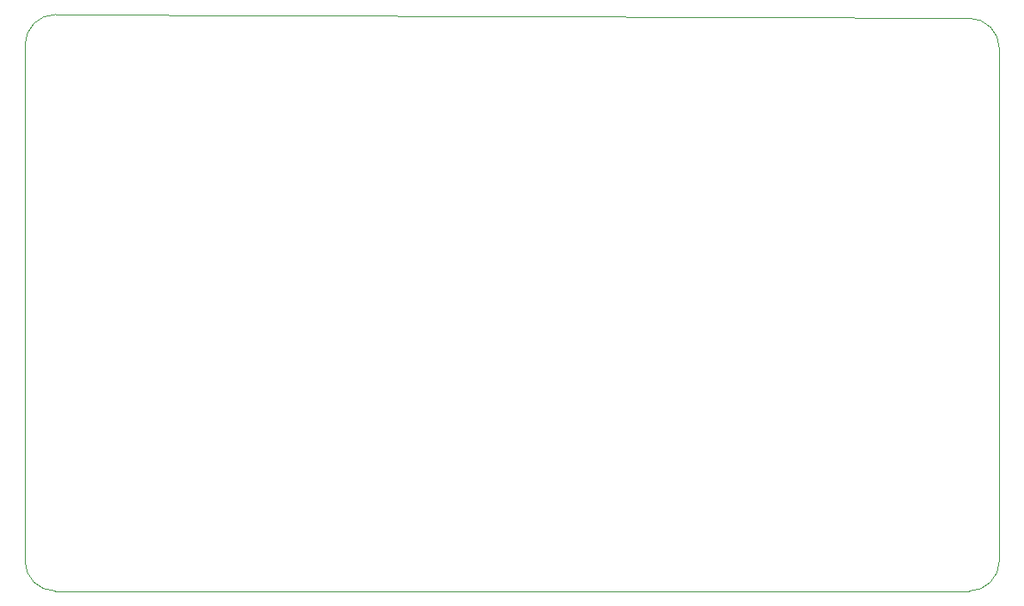
<source format=gm1>
%TF.GenerationSoftware,KiCad,Pcbnew,7.0.8*%
%TF.CreationDate,2024-02-17T17:20:01-08:00*%
%TF.ProjectId,Groundstation_Hat,47726f75-6e64-4737-9461-74696f6e5f48,rev?*%
%TF.SameCoordinates,Original*%
%TF.FileFunction,Profile,NP*%
%FSLAX46Y46*%
G04 Gerber Fmt 4.6, Leading zero omitted, Abs format (unit mm)*
G04 Created by KiCad (PCBNEW 7.0.8) date 2024-02-17 17:20:01*
%MOMM*%
%LPD*%
G01*
G04 APERTURE LIST*
%TA.AperFunction,Profile*%
%ADD10C,0.100000*%
%TD*%
G04 APERTURE END LIST*
D10*
X229749999Y-79700001D02*
G75*
G03*
X226750000Y-76700001I-2999999J1D01*
G01*
X136700000Y-133200000D02*
X226750000Y-133200001D01*
X229750000Y-79700001D02*
X229750000Y-130200001D01*
X136721320Y-76321320D02*
X226750000Y-76700001D01*
X133721320Y-79321320D02*
X133700000Y-130200000D01*
X226750000Y-133200000D02*
G75*
G03*
X229750000Y-130200001I0J3000000D01*
G01*
X133700000Y-130200000D02*
G75*
G03*
X136700000Y-133200000I3000000J0D01*
G01*
X136721320Y-76321320D02*
G75*
G03*
X133721320Y-79321320I-20J-2999980D01*
G01*
M02*

</source>
